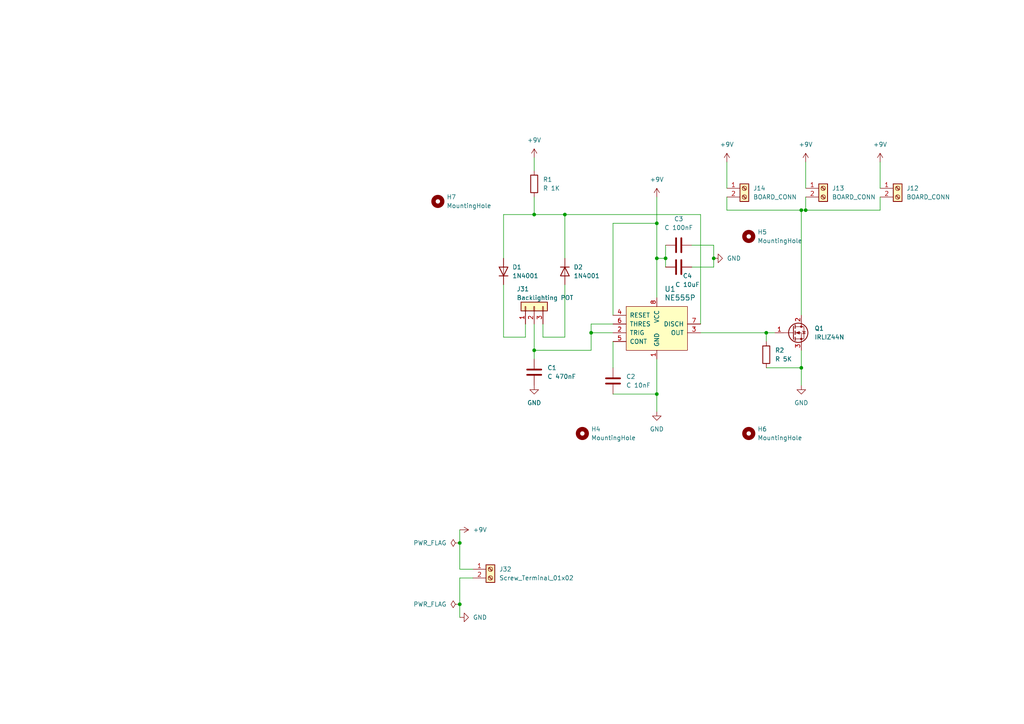
<source format=kicad_sch>
(kicad_sch (version 20231120) (generator "eeschema") (generator_version "8.0")
  (paper "A4")
  (lib_symbols
    (symbol "Connector:Screw_Terminal_01x02" (pin_names (offset 1.016) hide)
      (property "Reference" "J" (at 0 2.54 0))
      (property "Value" "Screw_Terminal_01x02" (at 0 -5.08 0))
      (symbol "Screw_Terminal_01x02_1_1"
        (rectangle (start -1.27 1.27) (end 1.27 -3.81) (stroke (width 0.254)) (fill (type background)))
        (circle (center 0 -2.54) (radius 0.635) (stroke (width 0.1524)))
        (polyline (pts (xy -0.5334 -2.2098) (xy 0.3302 -3.048)) (stroke (width 0.1524)))
        (polyline (pts (xy -0.5334 0.3302) (xy 0.3302 -0.508)) (stroke (width 0.1524)))
        (polyline (pts (xy -0.3556 -2.032) (xy 0.508 -2.8702)) (stroke (width 0.1524)))
        (polyline (pts (xy -0.3556 0.508) (xy 0.508 -0.3302)) (stroke (width 0.1524)))
        (circle (center 0 0) (radius 0.635) (stroke (width 0.1524)))
        (pin passive line (at -5.08 0 0) (length 3.81) (name "Pin_1") (number "1"))
        (pin passive line (at -5.08 -2.54 0) (length 3.81) (name "Pin_2") (number "2"))
      )
    )
    (symbol "Connector_Generic:Conn_01x03" (pin_names (offset 1.016) hide)
      (property "Reference" "J" (at 0 5.08 0))
      (property "Value" "Conn_01x03" (at 0 -5.08 0))
      (symbol "Conn_01x03_1_1"
        (rectangle (start -1.27 -2.413) (end 0 -2.667) (stroke (width 0.1524)))
        (rectangle (start -1.27 0.127) (end 0 -0.127) (stroke (width 0.1524)))
        (rectangle (start -1.27 2.667) (end 0 2.413) (stroke (width 0.1524)))
        (rectangle (start -1.27 3.81) (end 1.27 -3.81) (stroke (width 0.254)) (fill (type background)))
        (pin passive line (at -5.08 2.54 0) (length 3.81) (name "Pin_1") (number "1"))
        (pin passive line (at -5.08 0 0) (length 3.81) (name "Pin_2") (number "2"))
        (pin passive line (at -5.08 -2.54 0) (length 3.81) (name "Pin_3") (number "3"))
      )
    )
    (symbol "Device:C" (pin_numbers hide) (pin_names (offset 0.254))
      (property "Reference" "C" (at 0.635 2.54 0))
      (property "Value" "C" (at 0.635 -2.54 0))
      (symbol "C_0_1"
        (polyline (pts (xy -2.032 -0.762) (xy 2.032 -0.762)) (stroke (width 0.508)))
        (polyline (pts (xy -2.032 0.762) (xy 2.032 0.762)) (stroke (width 0.508)))
      )
      (symbol "C_1_1"
        (pin passive line (at 0 3.81 270) (length 2.794) (name "~") (number "1"))
        (pin passive line (at 0 -3.81 90) (length 2.794) (name "~") (number "2"))
      )
    )
    (symbol "Device:R" (pin_numbers hide) (pin_names (offset 0))
      (property "Reference" "R" (at 2.032 0 90))
      (property "Value" "R" (at 0 0 90))
      (symbol "R_0_1"
        (rectangle (start -1.016 -2.54) (end 1.016 2.54) (stroke (width 0.254)))
      )
      (symbol "R_1_1"
        (pin passive line (at 0 3.81 270) (length 1.27) (name "~") (number "1"))
        (pin passive line (at 0 -3.81 90) (length 1.27) (name "~") (number "2"))
      )
    )
    (symbol "Diode:1N4001" (pin_numbers hide) (pin_names hide)
      (property "Reference" "D" (at 0 2.54 0))
      (property "Value" "1N4001" (at 0 -2.54 0))
      (symbol "1N4001_0_1"
        (polyline (pts (xy -1.27 1.27) (xy -1.27 -1.27)) (stroke (width 0.254)))
        (polyline (pts (xy 1.27 0) (xy -1.27 0)))
        (polyline (pts (xy 1.27 1.27) (xy 1.27 -1.27) (xy -1.27 0) (xy 1.27 1.27)) (stroke (width 0.254)))
      )
      (symbol "1N4001_1_1"
        (pin passive line (at -3.81 0 0) (length 2.54) (name "K") (number "1"))
        (pin passive line (at 3.81 0 180) (length 2.54) (name "A") (number "2"))
      )
    )
    (symbol "Mechanical:MountingHole" (pin_names (offset 1.016))
      (property "Reference" "H" (at 0 5.08 0))
      (property "Value" "MountingHole" (at 0 3.175 0))
      (symbol "MountingHole_0_1"
        (circle (center 0 0) (radius 1.27) (stroke (width 1.27)))
      )
    )
    (symbol "Transistor_FET:IRLIZ44N" (pin_names hide)
      (property "Reference" "Q" (at 6.35 1.905 0))
      (property "Value" "IRLIZ44N" (at 6.35 0 0))
      (symbol "IRLIZ44N_0_1"
        (polyline (pts (xy 0.254 0) (xy -2.54 0)))
        (polyline (pts (xy 0.254 1.905) (xy 0.254 -1.905)) (stroke (width 0.254)))
        (polyline (pts (xy 0.762 -1.27) (xy 0.762 -2.286)) (stroke (width 0.254)))
        (polyline (pts (xy 0.762 0.508) (xy 0.762 -0.508)) (stroke (width 0.254)))
        (polyline (pts (xy 0.762 2.286) (xy 0.762 1.27)) (stroke (width 0.254)))
        (polyline (pts (xy 2.54 2.54) (xy 2.54 1.778)))
        (polyline (pts (xy 2.54 -2.54) (xy 2.54 0) (xy 0.762 0)))
        (polyline (pts (xy 0.762 -1.778) (xy 3.302 -1.778) (xy 3.302 1.778) (xy 0.762 1.778)))
        (polyline (pts (xy 1.016 0) (xy 2.032 0.381) (xy 2.032 -0.381) (xy 1.016 0)) (fill (type outline)))
        (polyline (pts (xy 2.794 0.508) (xy 2.921 0.381) (xy 3.683 0.381) (xy 3.81 0.254)))
        (polyline (pts (xy 3.302 0.381) (xy 2.921 -0.254) (xy 3.683 -0.254) (xy 3.302 0.381)))
        (circle (center 1.651 0) (radius 2.794) (stroke (width 0.254)))
        (circle (center 2.54 -1.778) (radius 0.254) (fill (type outline)))
        (circle (center 2.54 1.778) (radius 0.254) (fill (type outline)))
      )
      (symbol "IRLIZ44N_1_1"
        (pin input line (at -5.08 0 0) (length 2.54) (name "G") (number "1"))
        (pin passive line (at 2.54 5.08 270) (length 2.54) (name "D") (number "2"))
        (pin passive line (at 2.54 -5.08 90) (length 2.54) (name "S") (number "3"))
      )
    )
    (symbol "dk_Clock-Timing-Programmable-Timers-and-Oscillators:NE555P" (pin_names (offset 1.016))
      (property "Reference" "U" (at -8.89 6.35 0))
      (property "Value" "NE555P" (at 1.27 -8.89 0))
      (symbol "NE555P_0_1"
        (rectangle (start -8.89 5.08) (end 8.89 -7.62) (fill (type background)))
      )
      (symbol "NE555P_1_1"
        (pin power_in line (at 0 -10.16 90) (length 2.54) (name "GND") (number "1"))
        (pin input line (at -12.7 -2.54 0) (length 3.81) (name "TRIG") (number "2"))
        (pin output line (at 12.7 -2.54 180) (length 3.81) (name "OUT") (number "3"))
        (pin input line (at -12.7 2.54 0) (length 3.81) (name "RESET") (number "4"))
        (pin bidirectional line (at -12.7 -5.08 0) (length 3.81) (name "CONT") (number "5"))
        (pin input line (at -12.7 0 0) (length 3.81) (name "THRES") (number "6"))
        (pin output line (at 12.7 0 180) (length 3.81) (name "DISCH") (number "7"))
        (pin power_in line (at 0 7.62 270) (length 2.54) (name "VCC") (number "8"))
      )
    )
    (symbol "power:+9V" (power) (pin_names (offset 0))
      (property "Value" "+9V" (at 0 3.556 0))
      (symbol "+9V_0_1"
        (polyline (pts (xy -0.762 1.27) (xy 0 2.54)))
        (polyline (pts (xy 0 0) (xy 0 2.54)))
        (polyline (pts (xy 0 2.54) (xy 0.762 1.27)))
      )
      (symbol "+9V_1_1"
        (pin power_in line (at 0 0 90) (length 0) hide (name "+9V") (number "1"))
      )
    )
    (symbol "power:GND" (power) (pin_names (offset 0))
      (property "Value" "GND" (at 0 -3.81 0))
      (symbol "GND_0_1"
        (polyline (pts (xy 0 0) (xy 0 -1.27) (xy 1.27 -1.27) (xy 0 -2.54) (xy -1.27 -1.27) (xy 0 -1.27)))
      )
      (symbol "GND_1_1"
        (pin power_in line (at 0 0 270) (length 0) hide (name "GND") (number "1"))
      )
    )
    (symbol "power:PWR_FLAG" (power) (pin_numbers hide) (pin_names (offset 0) hide)
      (property "Value" "PWR_FLAG" (at 0 3.81 0))
      (symbol "PWR_FLAG_0_0"
        (pin power_out line (at 0 0 90) (length 0) (name "pwr") (number "1"))
      )
      (symbol "PWR_FLAG_0_1"
        (polyline (pts (xy 0 0) (xy 0 1.27) (xy -1.016 1.905) (xy 0 2.54) (xy 1.016 1.905) (xy 0 1.27)))
      )
    )
  )
  (junction (at 190.5 64.77))
  (junction (at 233.68 60.96))
  (junction (at 193.04 74.93))
  (junction (at 190.5 114.3))
  (junction (at 133.35 175.26))
  (junction (at 207.01 74.93))
  (junction (at 163.83 62.23))
  (junction (at 190.5 74.93))
  (junction (at 222.25 96.52))
  (junction (at 154.94 101.6))
  (junction (at 171.45 96.52))
  (junction (at 133.35 157.48))
  (junction (at 232.41 60.96))
  (junction (at 154.94 62.23))
  (junction (at 232.41 106.68))
  (wire (pts (xy 232.41 60.96) (xy 232.41 91.44)))
  (wire (pts (xy 210.82 60.96) (xy 210.82 57.15)))
  (wire (pts (xy 203.2 96.52) (xy 222.25 96.52)))
  (wire (pts (xy 177.8 99.06) (xy 177.8 106.68)))
  (wire (pts (xy 146.05 74.93) (xy 146.05 62.23)))
  (wire (pts (xy 255.27 60.96) (xy 233.68 60.96)))
  (wire (pts (xy 232.41 101.6) (xy 232.41 106.68)))
  (wire (pts (xy 190.5 74.93) (xy 190.5 86.36)))
  (wire (pts (xy 190.5 64.77) (xy 190.5 57.15)))
  (wire (pts (xy 163.83 97.79) (xy 157.48 97.79)))
  (wire (pts (xy 233.68 60.96) (xy 233.68 57.15)))
  (wire (pts (xy 152.4 97.79) (xy 152.4 93.98)))
  (wire (pts (xy 146.05 62.23) (xy 154.94 62.23)))
  (wire (pts (xy 190.5 74.93) (xy 193.04 74.93)))
  (wire (pts (xy 222.25 96.52) (xy 222.25 99.06)))
  (wire (pts (xy 154.94 93.98) (xy 154.94 101.6)))
  (wire (pts (xy 200.66 71.12) (xy 207.01 71.12)))
  (wire (pts (xy 171.45 93.98) (xy 171.45 96.52)))
  (wire (pts (xy 177.8 96.52) (xy 171.45 96.52)))
  (wire (pts (xy 255.27 46.99) (xy 255.27 54.61)))
  (wire (pts (xy 190.5 64.77) (xy 190.5 74.93)))
  (wire (pts (xy 177.8 64.77) (xy 190.5 64.77)))
  (wire (pts (xy 233.68 60.96) (xy 232.41 60.96)))
  (wire (pts (xy 146.05 82.55) (xy 146.05 97.79)))
  (wire (pts (xy 207.01 77.47) (xy 207.01 74.93)))
  (wire (pts (xy 190.5 114.3) (xy 190.5 119.38)))
  (wire (pts (xy 154.94 57.15) (xy 154.94 62.23)))
  (wire (pts (xy 177.8 91.44) (xy 177.8 64.77)))
  (wire (pts (xy 163.83 82.55) (xy 163.83 97.79)))
  (wire (pts (xy 133.35 175.26) (xy 133.35 167.64)))
  (wire (pts (xy 207.01 71.12) (xy 207.01 74.93)))
  (wire (pts (xy 133.35 167.64) (xy 137.16 167.64)))
  (wire (pts (xy 193.04 74.93) (xy 193.04 77.47)))
  (wire (pts (xy 163.83 62.23) (xy 154.94 62.23)))
  (wire (pts (xy 222.25 106.68) (xy 232.41 106.68)))
  (wire (pts (xy 210.82 60.96) (xy 232.41 60.96)))
  (wire (pts (xy 171.45 101.6) (xy 154.94 101.6)))
  (wire (pts (xy 203.2 62.23) (xy 203.2 93.98)))
  (wire (pts (xy 146.05 97.79) (xy 152.4 97.79)))
  (wire (pts (xy 133.35 165.1) (xy 133.35 157.48)))
  (wire (pts (xy 163.83 62.23) (xy 203.2 62.23)))
  (wire (pts (xy 232.41 106.68) (xy 232.41 111.76)))
  (wire (pts (xy 255.27 57.15) (xy 255.27 60.96)))
  (wire (pts (xy 163.83 62.23) (xy 163.83 74.93)))
  (wire (pts (xy 193.04 74.93) (xy 193.04 71.12)))
  (wire (pts (xy 154.94 101.6) (xy 154.94 104.14)))
  (wire (pts (xy 133.35 157.48) (xy 133.35 153.67)))
  (wire (pts (xy 133.35 179.07) (xy 133.35 175.26)))
  (wire (pts (xy 177.8 114.3) (xy 190.5 114.3)))
  (wire (pts (xy 137.16 165.1) (xy 133.35 165.1)))
  (wire (pts (xy 222.25 96.52) (xy 224.79 96.52)))
  (wire (pts (xy 233.68 46.99) (xy 233.68 54.61)))
  (wire (pts (xy 210.82 46.99) (xy 210.82 54.61)))
  (wire (pts (xy 177.8 93.98) (xy 171.45 93.98)))
  (wire (pts (xy 171.45 96.52) (xy 171.45 101.6)))
  (wire (pts (xy 157.48 97.79) (xy 157.48 93.98)))
  (wire (pts (xy 200.66 77.47) (xy 207.01 77.47)))
  (wire (pts (xy 190.5 104.14) (xy 190.5 114.3)))
  (wire (pts (xy 154.94 49.53) (xy 154.94 45.72)))
  (symbol (lib_id "power:+9V") (at 233.68 46.99 0) (unit 1)
    (property "Reference" "#PWR010" (effects (hide yes)))
    (property "Value" "+9V" (at 233.68 41.91 0))
  )
  (symbol (lib_id "power:+9V") (at 133.35 153.67 270) (unit 1)
    (property "Reference" "#PWR06" (effects (hide yes)))
    (property "Value" "+9V" (at 137.16 153.67 90) (effects (justify left)))
  )
  (symbol (lib_id "power:PWR_FLAG") (at 133.35 175.26 90) (unit 1)
    (property "Reference" "#FLG02" (effects (hide yes)))
    (property "Value" "PWR_FLAG" (at 129.54 175.26 90) (effects (justify left)))
  )
  (symbol (lib_id "Connector:Screw_Terminal_01x02") (at 215.9 54.61 0) (unit 1)
    (property "Reference" "J14" (at 218.44 54.61 0) (effects (justify left)))
    (property "Value" "BOARD_CONN" (at 218.44 57.15 0) (effects (justify left)))
    (property "Footprint" "TerminalBlock:TerminalBlock_bornier-2_P5.08mm" (effects (hide yes)))
  )
  (symbol (lib_id "Diode:1N4001") (at 146.05 78.74 90) (unit 1)
    (property "Reference" "D1" (at 148.59 77.47 90) (effects (justify right)))
    (property "Value" "1N4001" (at 148.59 80.01 90) (effects (justify right)))
    (property "Footprint" "Diode_THT:D_DO-41_SOD81_P10.16mm_Horizontal" (effects (hide yes)))
    (property "Datasheet" "http://www.vishay.com/docs/88503/1n4001.pdf" (effects (hide yes)))
    (property "Sim.Device" "D" (effects (hide yes)))
    (property "Sim.Pins" "1=K 2=A" (effects (hide yes)))
  )
  (symbol (lib_id "Mechanical:MountingHole") (at 217.17 125.73 0) (unit 1)
    (property "Reference" "H6" (at 219.71 124.46 0) (effects (justify left)))
    (property "Value" "MountingHole" (at 219.71 127 0) (effects (justify left)))
    (property "Footprint" "MountingHole:MountingHole_3.2mm_M3_DIN965_Pad_TopBottom" (effects (hide yes)))
  )
  (symbol (lib_id "power:GND") (at 207.01 74.93 90) (unit 1)
    (property "Reference" "#PWR012" (effects (hide yes)))
    (property "Value" "GND" (at 210.82 74.93 90) (effects (justify right)))
  )
  (symbol (lib_id "power:GND") (at 154.94 111.76 0) (unit 1)
    (property "Reference" "#PWR04" (effects (hide yes)))
    (property "Value" "GND" (at 154.94 116.84 0))
  )
  (symbol (lib_id "Device:R") (at 222.25 102.87 0) (unit 1)
    (property "Reference" "R2" (at 224.79 101.6 0) (effects (justify left)))
    (property "Value" "R 5K" (at 224.79 104.14 0) (effects (justify left)))
    (property "Footprint" "Resistor_THT:R_Axial_DIN0207_L6.3mm_D2.5mm_P7.62mm_Horizontal" (effects (hide yes)))
  )
  (symbol (lib_id "power:+9V") (at 154.94 45.72 0) (unit 1)
    (property "Reference" "#PWR03" (effects (hide yes)))
    (property "Value" "+9V" (at 154.94 40.64 0))
  )
  (symbol (lib_id "power:GND") (at 133.35 179.07 90) (unit 1)
    (property "Reference" "#PWR07" (effects (hide yes)))
    (property "Value" "GND" (at 137.16 179.07 90) (effects (justify right)))
  )
  (symbol (lib_id "Device:C") (at 177.8 110.49 0) (unit 1)
    (property "Reference" "C2" (at 181.61 109.22 0) (effects (justify left)))
    (property "Value" "C 10nF" (at 181.61 111.76 0) (effects (justify left)))
    (property "Footprint" "Capacitor_THT:C_Disc_D5.0mm_W2.5mm_P2.50mm" (effects (hide yes)))
  )
  (symbol (lib_id "power:+9V") (at 255.27 46.99 0) (unit 1)
    (property "Reference" "#PWR02" (effects (hide yes)))
    (property "Value" "+9V" (at 255.27 41.91 0))
  )
  (symbol (lib_id "Transistor_FET:IRLIZ44N") (at 229.87 96.52 0) (unit 1)
    (property "Reference" "Q1" (at 236.22 95.25 0) (effects (justify left)))
    (property "Value" "IRLIZ44N" (at 236.22 97.79 0) (effects (justify left)))
    (property "Footprint" "Package_TO_SOT_THT:TO-220F-3_Vertical" (effects (hide yes)))
    (property "Datasheet" "http://www.irf.com/product-info/datasheets/data/irliz44n.pdf" (effects (hide yes)))
  )
  (symbol (lib_id "Mechanical:MountingHole") (at 127 58.42 0) (unit 1)
    (property "Reference" "H7" (at 129.54 57.15 0) (effects (justify left)))
    (property "Value" "MountingHole" (at 129.54 59.69 0) (effects (justify left)))
    (property "Footprint" "MountingHole:MountingHole_3.2mm_M3_DIN965_Pad_TopBottom" (effects (hide yes)))
  )
  (symbol (lib_id "power:+9V") (at 210.82 46.99 0) (unit 1)
    (property "Reference" "#PWR011" (effects (hide yes)))
    (property "Value" "+9V" (at 210.82 41.91 0))
  )
  (symbol (lib_id "Mechanical:MountingHole") (at 217.17 68.58 0) (unit 1)
    (property "Reference" "H5" (at 219.71 67.31 0) (effects (justify left)))
    (property "Value" "MountingHole" (at 219.71 69.85 0) (effects (justify left)))
    (property "Footprint" "MountingHole:MountingHole_3.2mm_M3_DIN965_Pad_TopBottom" (effects (hide yes)))
  )
  (symbol (lib_id "Diode:1N4001") (at 163.83 78.74 270) (unit 1)
    (property "Reference" "D2" (at 166.37 77.47 90) (effects (justify left)))
    (property "Value" "1N4001" (at 166.37 80.01 90) (effects (justify left)))
    (property "Footprint" "Diode_THT:D_DO-41_SOD81_P10.16mm_Horizontal" (effects (hide yes)))
    (property "Datasheet" "http://www.vishay.com/docs/88503/1n4001.pdf" (effects (hide yes)))
    (property "Sim.Device" "D" (effects (hide yes)))
    (property "Sim.Pins" "1=K 2=A" (effects (hide yes)))
  )
  (symbol (lib_id "Connector:Screw_Terminal_01x02") (at 142.24 165.1 0) (unit 1)
    (property "Reference" "J32" (at 144.78 165.1 0) (effects (justify left)))
    (property "Value" "Screw_Terminal_01x02" (at 144.78 167.64 0) (effects (justify left)))
    (property "Footprint" "TerminalBlock:TerminalBlock_bornier-2_P5.08mm" (effects (hide yes)))
  )
  (symbol (lib_id "Device:C") (at 196.85 77.47 90) (unit 1)
    (property "Reference" "C4" (at 199.39 80.01 90))
    (property "Value" "C 10uF" (at 199.39 82.55 90))
    (property "Footprint" "Capacitor_THT:C_Disc_D5.0mm_W2.5mm_P2.50mm" (effects (hide yes)))
  )
  (symbol (lib_id "Device:R") (at 154.94 53.34 0) (unit 1)
    (property "Reference" "R1" (at 157.48 52.07 0) (effects (justify left)))
    (property "Value" "R 1K" (at 157.48 54.61 0) (effects (justify left)))
    (property "Footprint" "Resistor_THT:R_Axial_DIN0207_L6.3mm_D2.5mm_P7.62mm_Horizontal" (effects (hide yes)))
  )
  (symbol (lib_id "power:GND") (at 232.41 111.76 0) (unit 1)
    (property "Reference" "#PWR09" (effects (hide yes)))
    (property "Value" "GND" (at 232.41 116.84 0))
  )
  (symbol (lib_id "Mechanical:MountingHole") (at 168.91 125.73 0) (unit 1)
    (property "Reference" "H4" (at 171.45 124.46 0) (effects (justify left)))
    (property "Value" "MountingHole" (at 171.45 127 0) (effects (justify left)))
    (property "Footprint" "MountingHole:MountingHole_3.2mm_M3_DIN965_Pad_TopBottom" (effects (hide yes)))
  )
  (symbol (lib_id "power:PWR_FLAG") (at 133.35 157.48 90) (unit 1)
    (property "Reference" "#FLG01" (effects (hide yes)))
    (property "Value" "PWR_FLAG" (at 129.54 157.48 90) (effects (justify left)))
  )
  (symbol (lib_id "dk_Clock-Timing-Programmable-Timers-and-Oscillators:NE555P") (at 190.5 93.98 0) (unit 1)
    (property "Reference" "U1" (at 192.6941 83.82 0) (effects (font (size 1.524 1.524)) (justify left)))
    (property "Value" "NE555P" (at 192.6941 86.36 0) (effects (font (size 1.524 1.524)) (justify left)))
    (property "Footprint" "digikey-footprints:DIP-8_W7.62mm" (effects (hide yes)))
    (property "Datasheet" "http://www.ti.com/general/docs/suppproductinfo.tsp?distId=10&gotoUrl=http%3A%2F%2Fwww.ti.com%2Flit%2Fgpn%2Fne555" (effects (hide yes)))
    (property "Description" "IC OSC SINGLE TIMER 100KHZ 8-DIP" (effects (hide yes)))
    (property "Digi-Key_PN" "296-1411-5-ND" (effects (hide yes)))
    (property "MPN" "NE555P" (effects (hide yes)))
    (property "Category" "Integrated Circuits (ICs)" (effects (hide yes)))
    (property "Family" "Clock/Timing - Programmable Timers and Oscillators" (effects (hide yes)))
    (property "DK_Datasheet_Link" "http://www.ti.com/general/docs/suppproductinfo.tsp?distId=10&gotoUrl=http%3A%2F%2Fwww.ti.com%2Flit%2Fgpn%2Fne555" (effects (hide yes)))
    (property "DK_Detail_Page" "/product-detail/en/texas-instruments/NE555P/296-1411-5-ND/277057" (effects (hide yes)))
    (property "Manufacturer" "Texas Instruments" (effects (hide yes)))
    (property "Status" "Active" (effects (hide yes)))
  )
  (symbol (lib_id "Device:C") (at 196.85 71.12 90) (unit 1)
    (property "Reference" "C3" (at 196.85 63.5 90))
    (property "Value" "C 100nF" (at 196.85 66.04 90))
    (property "Footprint" "Capacitor_THT:C_Disc_D5.0mm_W2.5mm_P2.50mm" (effects (hide yes)))
  )
  (symbol (lib_id "Connector:Screw_Terminal_01x02") (at 238.76 54.61 0) (unit 1)
    (property "Reference" "J13" (at 241.3 54.61 0) (effects (justify left)))
    (property "Value" "BOARD_CONN" (at 241.3 57.15 0) (effects (justify left)))
    (property "Footprint" "TerminalBlock:TerminalBlock_bornier-2_P5.08mm" (effects (hide yes)))
  )
  (symbol (lib_id "Connector:Screw_Terminal_01x02") (at 260.35 54.61 0) (unit 1)
    (property "Reference" "J12" (at 262.89 54.61 0) (effects (justify left)))
    (property "Value" "BOARD_CONN" (at 262.89 57.15 0) (effects (justify left)))
    (property "Footprint" "TerminalBlock:TerminalBlock_bornier-2_P5.08mm" (effects (hide yes)))
  )
  (symbol (lib_id "Device:C") (at 154.94 107.95 0) (unit 1)
    (property "Reference" "C1" (at 158.75 106.68 0) (effects (justify left)))
    (property "Value" "C 470nF" (at 158.75 109.22 0) (effects (justify left)))
    (property "Footprint" "Capacitor_THT:C_Disc_D5.0mm_W2.5mm_P2.50mm" (effects (hide yes)))
  )
  (symbol (lib_id "power:GND") (at 190.5 119.38 0) (unit 1)
    (property "Reference" "#PWR05" (effects (hide yes)))
    (property "Value" "GND" (at 190.5 124.46 0))
  )
  (symbol (lib_id "power:+9V") (at 190.5 57.15 0) (unit 1)
    (property "Reference" "#PWR08" (effects (hide yes)))
    (property "Value" "+9V" (at 190.5 52.07 0))
  )
  (symbol (lib_id "Connector_Generic:Conn_01x03") (at 154.94 88.9 90) (unit 1)
    (property "Reference" "J31" (at 149.86 83.82 90) (effects (justify right)))
    (property "Value" "Backlighting POT" (at 149.86 86.36 90) (effects (justify right)))
    (property "Footprint" "Connector_PinHeader_2.54mm:PinHeader_1x03_P2.54mm_Vertical" (effects (hide yes)))
  )
)
</source>
